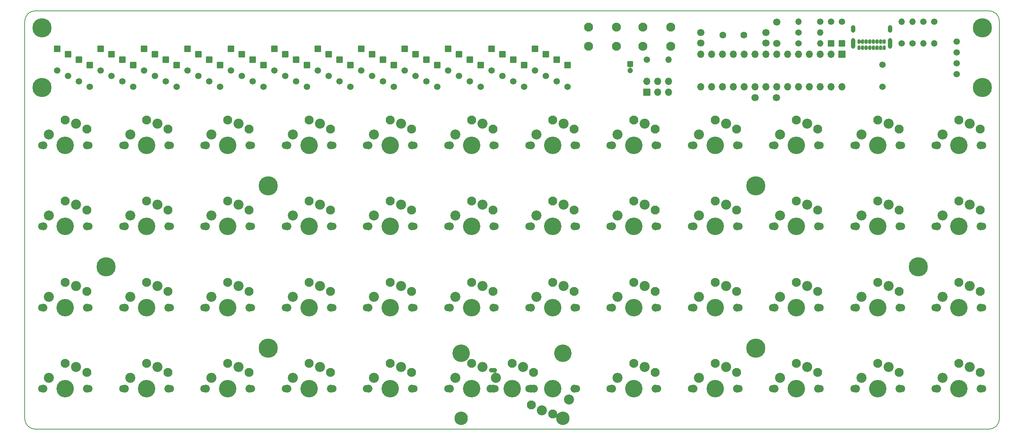
<source format=gbr>
%TF.GenerationSoftware,KiCad,Pcbnew,6.0.4-6f826c9f35~116~ubuntu22.04.1*%
%TF.CreationDate,2022-03-31T17:27:38+02:00*%
%TF.ProjectId,plaid,706c6169-642e-46b6-9963-61645f706362,rev?*%
%TF.SameCoordinates,Original*%
%TF.FileFunction,Soldermask,Bot*%
%TF.FilePolarity,Negative*%
%FSLAX46Y46*%
G04 Gerber Fmt 4.6, Leading zero omitted, Abs format (unit mm)*
G04 Created by KiCad (PCBNEW 6.0.4-6f826c9f35~116~ubuntu22.04.1) date 2022-03-31 17:27:38*
%MOMM*%
%LPD*%
G01*
G04 APERTURE LIST*
G04 Aperture macros list*
%AMRoundRect*
0 Rectangle with rounded corners*
0 $1 Rounding radius*
0 $2 $3 $4 $5 $6 $7 $8 $9 X,Y pos of 4 corners*
0 Add a 4 corners polygon primitive as box body*
4,1,4,$2,$3,$4,$5,$6,$7,$8,$9,$2,$3,0*
0 Add four circle primitives for the rounded corners*
1,1,$1+$1,$2,$3*
1,1,$1+$1,$4,$5*
1,1,$1+$1,$6,$7*
1,1,$1+$1,$8,$9*
0 Add four rect primitives between the rounded corners*
20,1,$1+$1,$2,$3,$4,$5,0*
20,1,$1+$1,$4,$5,$6,$7,0*
20,1,$1+$1,$6,$7,$8,$9,0*
20,1,$1+$1,$8,$9,$2,$3,0*%
G04 Aperture macros list end*
%TA.AperFunction,Profile*%
%ADD10C,0.150000*%
%TD*%
%ADD11C,1.800000*%
%ADD12C,4.087800*%
%ADD13C,1.850000*%
%ADD14C,2.100000*%
%ADD15O,2.350000X2.350000*%
%ADD16C,2.350000*%
%ADD17C,3.148000*%
%ADD18RoundRect,0.550000X-0.400000X0.000000X0.400000X0.000000X0.400000X0.000000X-0.400000X0.000000X0*%
%ADD19C,1.500000*%
%ADD20O,1.500000X1.500000*%
%ADD21C,1.700000*%
%ADD22C,1.600000*%
%ADD23RoundRect,0.050000X-0.700000X0.700000X-0.700000X-0.700000X0.700000X-0.700000X0.700000X0.700000X0*%
%ADD24RoundRect,0.050000X-0.800000X0.800000X-0.800000X-0.800000X0.800000X-0.800000X0.800000X0.800000X0*%
%ADD25O,1.700000X1.700000*%
%ADD26RoundRect,0.050000X0.800000X-0.800000X0.800000X0.800000X-0.800000X0.800000X-0.800000X-0.800000X0*%
%ADD27RoundRect,0.050000X0.700000X-0.700000X0.700000X0.700000X-0.700000X0.700000X-0.700000X-0.700000X0*%
%ADD28O,0.750000X1.100000*%
%ADD29O,1.000000X1.800000*%
%ADD30O,1.000000X2.500000*%
%ADD31C,1.497000*%
%ADD32C,4.500000*%
%ADD33C,1.300000*%
%ADD34RoundRect,0.050000X0.600000X-0.600000X0.600000X0.600000X-0.600000X0.600000X-0.600000X-0.600000X0*%
G04 APERTURE END LIST*
D10*
X257974000Y-52730500D02*
X34974000Y-52730500D01*
X260474000Y-55230500D02*
X260474000Y-148230500D01*
X257974000Y-150730500D02*
X34974000Y-150730500D01*
X32474000Y-148230500D02*
X32474000Y-55230500D01*
X34974000Y-52730500D02*
G75*
G03*
X32474000Y-55230500I0J-2500000D01*
G01*
X260474000Y-55230500D02*
G75*
G03*
X257974000Y-52730500I-2500000J0D01*
G01*
X257974000Y-150730500D02*
G75*
G03*
X260474000Y-148230500I0J2500000D01*
G01*
X32474000Y-148230500D02*
G75*
G03*
X34974000Y-150730500I2500000J0D01*
G01*
X257974000Y-52730500D02*
X34974000Y-52730500D01*
X260474000Y-55230500D02*
X260474000Y-148230500D01*
X257974000Y-150730500D02*
X34974000Y-150730500D01*
X32474000Y-148230500D02*
X32474000Y-55230500D01*
X34974000Y-52730500D02*
G75*
G03*
X32474000Y-55230500I0J-2500000D01*
G01*
X260474000Y-55230500D02*
G75*
G03*
X257974000Y-52730500I-2500000J0D01*
G01*
X257974000Y-150730500D02*
G75*
G03*
X260474000Y-148230500I0J2500000D01*
G01*
X32474000Y-148230500D02*
G75*
G03*
X34974000Y-150730500I2500000J0D01*
G01*
D11*
X36474000Y-84230500D03*
D12*
X41974000Y-84230500D03*
D13*
X36894000Y-84230500D03*
D11*
X47474000Y-84230500D03*
D13*
X47054000Y-84230500D03*
D14*
X41974000Y-78330500D03*
D15*
X38164000Y-81690500D03*
D14*
X46974000Y-80430500D03*
D16*
X44514000Y-79150500D03*
D11*
X36474000Y-122230500D03*
D12*
X41974000Y-122230500D03*
D13*
X36894000Y-122230500D03*
D11*
X47474000Y-122230500D03*
D13*
X47054000Y-122230500D03*
D14*
X41974000Y-116330500D03*
D15*
X38164000Y-119690500D03*
D14*
X46974000Y-118430500D03*
D16*
X44514000Y-117150500D03*
D11*
X207474000Y-103230500D03*
D12*
X212974000Y-103230500D03*
D13*
X207894000Y-103230500D03*
D11*
X218474000Y-103230500D03*
D13*
X218054000Y-103230500D03*
D14*
X212974000Y-97330500D03*
D15*
X209164000Y-100690500D03*
D14*
X217974000Y-99430500D03*
D16*
X215514000Y-98150500D03*
D12*
X134567750Y-132975500D03*
X158380250Y-132975500D03*
D17*
X158380250Y-148215500D03*
D13*
X151554000Y-141230500D03*
X141394000Y-141230500D03*
D12*
X146474000Y-141230500D03*
D17*
X134567750Y-148215500D03*
D16*
X142664000Y-138690500D03*
D14*
X146474000Y-135330500D03*
X151474000Y-137430500D03*
D16*
X149014000Y-136150500D03*
D11*
X245474000Y-141230500D03*
D12*
X250974000Y-141230500D03*
D13*
X245894000Y-141230500D03*
D11*
X256474000Y-141230500D03*
D13*
X256054000Y-141230500D03*
D14*
X250974000Y-135330500D03*
D15*
X247164000Y-138690500D03*
D14*
X255974000Y-137430500D03*
D16*
X253514000Y-136150500D03*
D11*
X226474000Y-141230500D03*
D12*
X231974000Y-141230500D03*
D13*
X226894000Y-141230500D03*
D11*
X237474000Y-141230500D03*
D13*
X237054000Y-141230500D03*
D14*
X231974000Y-135330500D03*
D15*
X228164000Y-138690500D03*
D14*
X236974000Y-137430500D03*
D16*
X234514000Y-136150500D03*
D11*
X207474000Y-141230500D03*
D12*
X212974000Y-141230500D03*
D13*
X207894000Y-141230500D03*
D11*
X218474000Y-141230500D03*
D13*
X218054000Y-141230500D03*
D14*
X212974000Y-135330500D03*
D15*
X209164000Y-138690500D03*
D14*
X217974000Y-137430500D03*
D16*
X215514000Y-136150500D03*
D11*
X188474000Y-141230500D03*
D12*
X193974000Y-141230500D03*
D13*
X188894000Y-141230500D03*
D11*
X199474000Y-141230500D03*
D13*
X199054000Y-141230500D03*
D14*
X193974000Y-135330500D03*
D15*
X190164000Y-138690500D03*
D14*
X198974000Y-137430500D03*
D16*
X196514000Y-136150500D03*
D11*
X169474000Y-141230500D03*
D12*
X174974000Y-141230500D03*
D13*
X169894000Y-141230500D03*
D11*
X180474000Y-141230500D03*
D13*
X180054000Y-141230500D03*
D14*
X174974000Y-135330500D03*
D15*
X171164000Y-138690500D03*
D14*
X179974000Y-137430500D03*
D16*
X177514000Y-136150500D03*
D11*
X161474000Y-141230500D03*
D12*
X155974000Y-141230500D03*
D13*
X161054000Y-141230500D03*
D11*
X150474000Y-141230500D03*
D13*
X150894000Y-141230500D03*
D14*
X155974000Y-147130500D03*
D15*
X159784000Y-143770500D03*
D14*
X150974000Y-145030500D03*
D16*
X153434000Y-146310500D03*
D11*
X131474000Y-141230500D03*
D12*
X136974000Y-141230500D03*
D13*
X131894000Y-141230500D03*
D11*
X142474000Y-141230500D03*
D13*
X142054000Y-141230500D03*
D14*
X136974000Y-135330500D03*
D15*
X133164000Y-138690500D03*
D18*
X141974000Y-136930500D03*
D16*
X139514000Y-136150500D03*
D11*
X112474000Y-141230500D03*
D12*
X117974000Y-141230500D03*
D13*
X112894000Y-141230500D03*
D11*
X123474000Y-141230500D03*
D13*
X123054000Y-141230500D03*
D14*
X117974000Y-135330500D03*
D15*
X114164000Y-138690500D03*
D14*
X122974000Y-137430500D03*
D16*
X120514000Y-136150500D03*
D11*
X93474000Y-141230500D03*
D12*
X98974000Y-141230500D03*
D13*
X93894000Y-141230500D03*
D11*
X104474000Y-141230500D03*
D13*
X104054000Y-141230500D03*
D14*
X98974000Y-135330500D03*
D15*
X95164000Y-138690500D03*
D14*
X103974000Y-137430500D03*
D16*
X101514000Y-136150500D03*
D11*
X74474000Y-141230500D03*
D12*
X79974000Y-141230500D03*
D13*
X74894000Y-141230500D03*
D11*
X85474000Y-141230500D03*
D13*
X85054000Y-141230500D03*
D14*
X79974000Y-135330500D03*
D15*
X76164000Y-138690500D03*
D14*
X84974000Y-137430500D03*
D16*
X82514000Y-136150500D03*
D11*
X55474000Y-141230500D03*
D12*
X60974000Y-141230500D03*
D13*
X55894000Y-141230500D03*
D11*
X66474000Y-141230500D03*
D13*
X66054000Y-141230500D03*
D14*
X60974000Y-135330500D03*
D15*
X57164000Y-138690500D03*
D14*
X65974000Y-137430500D03*
D16*
X63514000Y-136150500D03*
D11*
X36474000Y-141230500D03*
D12*
X41974000Y-141230500D03*
D13*
X36894000Y-141230500D03*
D11*
X47474000Y-141230500D03*
D13*
X47054000Y-141230500D03*
D14*
X41974000Y-135330500D03*
D15*
X38164000Y-138690500D03*
D14*
X46974000Y-137430500D03*
D16*
X44514000Y-136150500D03*
D11*
X245474000Y-122230500D03*
D12*
X250974000Y-122230500D03*
D13*
X245894000Y-122230500D03*
D11*
X256474000Y-122230500D03*
D13*
X256054000Y-122230500D03*
D14*
X250974000Y-116330500D03*
D15*
X247164000Y-119690500D03*
D14*
X255974000Y-118430500D03*
D16*
X253514000Y-117150500D03*
D11*
X226474000Y-122230500D03*
D12*
X231974000Y-122230500D03*
D13*
X226894000Y-122230500D03*
D11*
X237474000Y-122230500D03*
D13*
X237054000Y-122230500D03*
D14*
X231974000Y-116330500D03*
D15*
X228164000Y-119690500D03*
D14*
X236974000Y-118430500D03*
D16*
X234514000Y-117150500D03*
D11*
X207474000Y-122230500D03*
D12*
X212974000Y-122230500D03*
D13*
X207894000Y-122230500D03*
D11*
X218474000Y-122230500D03*
D13*
X218054000Y-122230500D03*
D14*
X212974000Y-116330500D03*
D15*
X209164000Y-119690500D03*
D14*
X217974000Y-118430500D03*
D16*
X215514000Y-117150500D03*
D11*
X188474000Y-122230500D03*
D12*
X193974000Y-122230500D03*
D13*
X188894000Y-122230500D03*
D11*
X199474000Y-122230500D03*
D13*
X199054000Y-122230500D03*
D14*
X193974000Y-116330500D03*
D15*
X190164000Y-119690500D03*
D14*
X198974000Y-118430500D03*
D16*
X196514000Y-117150500D03*
D11*
X169474000Y-122230500D03*
D12*
X174974000Y-122230500D03*
D13*
X169894000Y-122230500D03*
D11*
X180474000Y-122230500D03*
D13*
X180054000Y-122230500D03*
D14*
X174974000Y-116330500D03*
D15*
X171164000Y-119690500D03*
D14*
X179974000Y-118430500D03*
D16*
X177514000Y-117150500D03*
D11*
X150474000Y-122230500D03*
D12*
X155974000Y-122230500D03*
D13*
X150894000Y-122230500D03*
D11*
X161474000Y-122230500D03*
D13*
X161054000Y-122230500D03*
D14*
X155974000Y-116330500D03*
D15*
X152164000Y-119690500D03*
D14*
X160974000Y-118430500D03*
D16*
X158514000Y-117150500D03*
D11*
X131474000Y-122230500D03*
D12*
X136974000Y-122230500D03*
D13*
X131894000Y-122230500D03*
D11*
X142474000Y-122230500D03*
D13*
X142054000Y-122230500D03*
D14*
X136974000Y-116330500D03*
D15*
X133164000Y-119690500D03*
D14*
X141974000Y-118430500D03*
D16*
X139514000Y-117150500D03*
D11*
X112474000Y-122230500D03*
D12*
X117974000Y-122230500D03*
D13*
X112894000Y-122230500D03*
D11*
X123474000Y-122230500D03*
D13*
X123054000Y-122230500D03*
D14*
X117974000Y-116330500D03*
D15*
X114164000Y-119690500D03*
D14*
X122974000Y-118430500D03*
D16*
X120514000Y-117150500D03*
D11*
X93474000Y-122230500D03*
D12*
X98974000Y-122230500D03*
D13*
X93894000Y-122230500D03*
D11*
X104474000Y-122230500D03*
D13*
X104054000Y-122230500D03*
D14*
X98974000Y-116330500D03*
D15*
X95164000Y-119690500D03*
D14*
X103974000Y-118430500D03*
D16*
X101514000Y-117150500D03*
D11*
X74474000Y-122230500D03*
D12*
X79974000Y-122230500D03*
D13*
X74894000Y-122230500D03*
D11*
X85474000Y-122230500D03*
D13*
X85054000Y-122230500D03*
D14*
X79974000Y-116330500D03*
D15*
X76164000Y-119690500D03*
D14*
X84974000Y-118430500D03*
D16*
X82514000Y-117150500D03*
D11*
X55474000Y-122230500D03*
D12*
X60974000Y-122230500D03*
D13*
X55894000Y-122230500D03*
D11*
X66474000Y-122230500D03*
D13*
X66054000Y-122230500D03*
D14*
X60974000Y-116330500D03*
D15*
X57164000Y-119690500D03*
D14*
X65974000Y-118430500D03*
D16*
X63514000Y-117150500D03*
D11*
X245474000Y-103230500D03*
D12*
X250974000Y-103230500D03*
D13*
X245894000Y-103230500D03*
D11*
X256474000Y-103230500D03*
D13*
X256054000Y-103230500D03*
D14*
X250974000Y-97330500D03*
D15*
X247164000Y-100690500D03*
D14*
X255974000Y-99430500D03*
D16*
X253514000Y-98150500D03*
D11*
X226474000Y-103230500D03*
D12*
X231974000Y-103230500D03*
D13*
X226894000Y-103230500D03*
D11*
X237474000Y-103230500D03*
D13*
X237054000Y-103230500D03*
D14*
X231974000Y-97330500D03*
D15*
X228164000Y-100690500D03*
D14*
X236974000Y-99430500D03*
D16*
X234514000Y-98150500D03*
D11*
X188474000Y-103230500D03*
D12*
X193974000Y-103230500D03*
D13*
X188894000Y-103230500D03*
D11*
X199474000Y-103230500D03*
D13*
X199054000Y-103230500D03*
D14*
X193974000Y-97330500D03*
D15*
X190164000Y-100690500D03*
D14*
X198974000Y-99430500D03*
D16*
X196514000Y-98150500D03*
D11*
X169474000Y-103230500D03*
D12*
X174974000Y-103230500D03*
D13*
X169894000Y-103230500D03*
D11*
X180474000Y-103230500D03*
D13*
X180054000Y-103230500D03*
D14*
X174974000Y-97330500D03*
D15*
X171164000Y-100690500D03*
D14*
X179974000Y-99430500D03*
D16*
X177514000Y-98150500D03*
D11*
X150474000Y-103230500D03*
D12*
X155974000Y-103230500D03*
D13*
X150894000Y-103230500D03*
D11*
X161474000Y-103230500D03*
D13*
X161054000Y-103230500D03*
D14*
X155974000Y-97330500D03*
D15*
X152164000Y-100690500D03*
D14*
X160974000Y-99430500D03*
D16*
X158514000Y-98150500D03*
D11*
X131474000Y-103230500D03*
D12*
X136974000Y-103230500D03*
D13*
X131894000Y-103230500D03*
D11*
X142474000Y-103230500D03*
D13*
X142054000Y-103230500D03*
D14*
X136974000Y-97330500D03*
D15*
X133164000Y-100690500D03*
D14*
X141974000Y-99430500D03*
D16*
X139514000Y-98150500D03*
D11*
X112474000Y-103230500D03*
D12*
X117974000Y-103230500D03*
D13*
X112894000Y-103230500D03*
D11*
X123474000Y-103230500D03*
D13*
X123054000Y-103230500D03*
D14*
X117974000Y-97330500D03*
D15*
X114164000Y-100690500D03*
D14*
X122974000Y-99430500D03*
D16*
X120514000Y-98150500D03*
D11*
X93474000Y-103230500D03*
D12*
X98974000Y-103230500D03*
D13*
X93894000Y-103230500D03*
D11*
X104474000Y-103230500D03*
D13*
X104054000Y-103230500D03*
D14*
X98974000Y-97330500D03*
D15*
X95164000Y-100690500D03*
D14*
X103974000Y-99430500D03*
D16*
X101514000Y-98150500D03*
D11*
X74474000Y-103230500D03*
D12*
X79974000Y-103230500D03*
D13*
X74894000Y-103230500D03*
D11*
X85474000Y-103230500D03*
D13*
X85054000Y-103230500D03*
D14*
X79974000Y-97330500D03*
D15*
X76164000Y-100690500D03*
D14*
X84974000Y-99430500D03*
D16*
X82514000Y-98150500D03*
D11*
X55474000Y-103230500D03*
D12*
X60974000Y-103230500D03*
D13*
X55894000Y-103230500D03*
D11*
X66474000Y-103230500D03*
D13*
X66054000Y-103230500D03*
D14*
X60974000Y-97330500D03*
D15*
X57164000Y-100690500D03*
D14*
X65974000Y-99430500D03*
D16*
X63514000Y-98150500D03*
D11*
X36474000Y-103230500D03*
D12*
X41974000Y-103230500D03*
D13*
X36894000Y-103230500D03*
D11*
X47474000Y-103230500D03*
D13*
X47054000Y-103230500D03*
D14*
X41974000Y-97330500D03*
D15*
X38164000Y-100690500D03*
D14*
X46974000Y-99430500D03*
D16*
X44514000Y-98150500D03*
D11*
X245474000Y-84230500D03*
D12*
X250974000Y-84230500D03*
D13*
X245894000Y-84230500D03*
D11*
X256474000Y-84230500D03*
D13*
X256054000Y-84230500D03*
D14*
X250974000Y-78330500D03*
D15*
X247164000Y-81690500D03*
D14*
X255974000Y-80430500D03*
D16*
X253514000Y-79150500D03*
D11*
X226474000Y-84230500D03*
D12*
X231974000Y-84230500D03*
D13*
X226894000Y-84230500D03*
D11*
X237474000Y-84230500D03*
D13*
X237054000Y-84230500D03*
D14*
X231974000Y-78330500D03*
D15*
X228164000Y-81690500D03*
D14*
X236974000Y-80430500D03*
D16*
X234514000Y-79150500D03*
D11*
X207474000Y-84230500D03*
D12*
X212974000Y-84230500D03*
D13*
X207894000Y-84230500D03*
D11*
X218474000Y-84230500D03*
D13*
X218054000Y-84230500D03*
D14*
X212974000Y-78330500D03*
D15*
X209164000Y-81690500D03*
D14*
X217974000Y-80430500D03*
D16*
X215514000Y-79150500D03*
D11*
X188474000Y-84230500D03*
D12*
X193974000Y-84230500D03*
D13*
X188894000Y-84230500D03*
D11*
X199474000Y-84230500D03*
D13*
X199054000Y-84230500D03*
D14*
X193974000Y-78330500D03*
D15*
X190164000Y-81690500D03*
D14*
X198974000Y-80430500D03*
D16*
X196514000Y-79150500D03*
D11*
X169474000Y-84230500D03*
D12*
X174974000Y-84230500D03*
D13*
X169894000Y-84230500D03*
D11*
X180474000Y-84230500D03*
D13*
X180054000Y-84230500D03*
D14*
X174974000Y-78330500D03*
D15*
X171164000Y-81690500D03*
D14*
X179974000Y-80430500D03*
D16*
X177514000Y-79150500D03*
D11*
X150474000Y-84230500D03*
D12*
X155974000Y-84230500D03*
D13*
X150894000Y-84230500D03*
D11*
X161474000Y-84230500D03*
D13*
X161054000Y-84230500D03*
D14*
X155974000Y-78330500D03*
D15*
X152164000Y-81690500D03*
D14*
X160974000Y-80430500D03*
D16*
X158514000Y-79150500D03*
D11*
X131474000Y-84230500D03*
D12*
X136974000Y-84230500D03*
D13*
X131894000Y-84230500D03*
D11*
X142474000Y-84230500D03*
D13*
X142054000Y-84230500D03*
D14*
X136974000Y-78330500D03*
D15*
X133164000Y-81690500D03*
D14*
X141974000Y-80430500D03*
D16*
X139514000Y-79150500D03*
D11*
X112474000Y-84230500D03*
D12*
X117974000Y-84230500D03*
D13*
X112894000Y-84230500D03*
D11*
X123474000Y-84230500D03*
D13*
X123054000Y-84230500D03*
D14*
X117974000Y-78330500D03*
D15*
X114164000Y-81690500D03*
D14*
X122974000Y-80430500D03*
D16*
X120514000Y-79150500D03*
D11*
X93474000Y-84230500D03*
D12*
X98974000Y-84230500D03*
D13*
X93894000Y-84230500D03*
D11*
X104474000Y-84230500D03*
D13*
X104054000Y-84230500D03*
D14*
X98974000Y-78330500D03*
D15*
X95164000Y-81690500D03*
D14*
X103974000Y-80430500D03*
D16*
X101514000Y-79150500D03*
D11*
X74474000Y-84230500D03*
D12*
X79974000Y-84230500D03*
D13*
X74894000Y-84230500D03*
D11*
X85474000Y-84230500D03*
D13*
X85054000Y-84230500D03*
D14*
X79974000Y-78330500D03*
D15*
X76164000Y-81690500D03*
D14*
X84974000Y-80430500D03*
D16*
X82514000Y-79150500D03*
D11*
X55474000Y-84230500D03*
D12*
X60974000Y-84230500D03*
D13*
X55894000Y-84230500D03*
D11*
X66474000Y-84230500D03*
D13*
X66054000Y-84230500D03*
D14*
X60974000Y-78330500D03*
D15*
X57164000Y-81690500D03*
D14*
X65974000Y-80430500D03*
D16*
X63514000Y-79150500D03*
D19*
X237579000Y-60350500D03*
D20*
X237579000Y-55270500D03*
D19*
X213449000Y-60350500D03*
D20*
X218529000Y-60350500D03*
D19*
X218529000Y-55270500D03*
D20*
X213449000Y-55270500D03*
D21*
X205829000Y-57810500D03*
X205829000Y-60310500D03*
X190589000Y-57810500D03*
X190589000Y-60310500D03*
D14*
X177104000Y-61040500D03*
X183604000Y-61040500D03*
X183604000Y-56540500D03*
X177104000Y-56540500D03*
X164404000Y-61040500D03*
X170904000Y-61040500D03*
X164404000Y-56540500D03*
X170904000Y-56540500D03*
D22*
X200649000Y-58445500D03*
X195769000Y-58445500D03*
D23*
X151854000Y-61620500D03*
D19*
X151854000Y-66700500D03*
D23*
X141694000Y-61620500D03*
D19*
X141694000Y-66700500D03*
D23*
X131534000Y-61620500D03*
D19*
X131534000Y-66700500D03*
D23*
X121374000Y-61620500D03*
D19*
X121374000Y-66700500D03*
D23*
X159474000Y-65430500D03*
D19*
X159474000Y-70510500D03*
D23*
X149314000Y-65430500D03*
D19*
X149314000Y-70510500D03*
D23*
X139154000Y-65430500D03*
D19*
X139154000Y-70510500D03*
D23*
X128994000Y-65430500D03*
D19*
X128994000Y-70510500D03*
D23*
X118834000Y-65430500D03*
D19*
X118834000Y-70510500D03*
D21*
X203289000Y-73050500D03*
X208289000Y-73050500D03*
D23*
X108674000Y-65430500D03*
D19*
X108674000Y-70510500D03*
D23*
X98514000Y-65430500D03*
D19*
X98514000Y-70510500D03*
D23*
X88354000Y-65430500D03*
D19*
X88354000Y-70510500D03*
D23*
X78194000Y-65430500D03*
D19*
X78194000Y-70510500D03*
D23*
X68034000Y-65430500D03*
D19*
X68034000Y-70510500D03*
D23*
X57874000Y-65430500D03*
D19*
X57874000Y-70510500D03*
D23*
X42634000Y-62890500D03*
D19*
X42634000Y-67970500D03*
D23*
X156934000Y-64160500D03*
D19*
X156934000Y-69240500D03*
D23*
X146774000Y-64160500D03*
D19*
X146774000Y-69240500D03*
D23*
X136614000Y-64160500D03*
D19*
X136614000Y-69240500D03*
D23*
X126454000Y-64160500D03*
D19*
X126454000Y-69240500D03*
D23*
X116294000Y-64160500D03*
D19*
X116294000Y-69240500D03*
D23*
X106134000Y-64160500D03*
D19*
X106134000Y-69240500D03*
X233134000Y-65410500D03*
X233134000Y-70510500D03*
D24*
X223609000Y-62890500D03*
D25*
X221069000Y-62890500D03*
X218529000Y-62890500D03*
X215989000Y-62890500D03*
X213449000Y-62890500D03*
X210909000Y-62890500D03*
X208369000Y-62890500D03*
X205829000Y-62890500D03*
X203289000Y-62890500D03*
X200749000Y-62890500D03*
X198209000Y-62890500D03*
X195669000Y-62890500D03*
X193129000Y-62890500D03*
X190589000Y-62890500D03*
X190589000Y-70510500D03*
X193129000Y-70510500D03*
X195669000Y-70510500D03*
X198209000Y-70510500D03*
X200749000Y-70510500D03*
X203289000Y-70510500D03*
X205829000Y-70510500D03*
X208369000Y-70510500D03*
X210909000Y-70510500D03*
X213449000Y-70510500D03*
X215989000Y-70510500D03*
X218529000Y-70510500D03*
X221069000Y-70510500D03*
X223609000Y-70510500D03*
D26*
X178016000Y-71780500D03*
D25*
X178016000Y-69240500D03*
X180556000Y-71780500D03*
X180556000Y-69240500D03*
X183096000Y-71780500D03*
X183096000Y-69240500D03*
D23*
X47714000Y-65430500D03*
D19*
X47714000Y-70510500D03*
D27*
X223609000Y-60350500D03*
D19*
X223609000Y-55270500D03*
D27*
X221069000Y-60350500D03*
D19*
X221069000Y-55270500D03*
D23*
X134074000Y-62890500D03*
D19*
X134074000Y-67970500D03*
X178016000Y-64230500D03*
D20*
X183096000Y-64230500D03*
D19*
X242654400Y-55275100D03*
D20*
X242654400Y-60355100D03*
D28*
X233569000Y-61434000D03*
X232719000Y-61434000D03*
X231869000Y-61434000D03*
X231019000Y-61434000D03*
X230169000Y-61434000D03*
X229319000Y-61434000D03*
X228469000Y-61434000D03*
X227619000Y-61434000D03*
X227614000Y-59982000D03*
X228464000Y-59982000D03*
X229314000Y-59982000D03*
X230164000Y-59982000D03*
X231014000Y-59982000D03*
X231864000Y-59982000D03*
X232714000Y-59982000D03*
X233569000Y-59982000D03*
D29*
X226269000Y-57010500D03*
D30*
X234919000Y-60390500D03*
D29*
X234919000Y-57010500D03*
D30*
X226269000Y-60390500D03*
D23*
X95974000Y-64160500D03*
D19*
X95974000Y-69240500D03*
D23*
X85814000Y-64160500D03*
D19*
X85814000Y-69240500D03*
D23*
X75654000Y-64160500D03*
D19*
X75654000Y-69240500D03*
D23*
X65494000Y-64160500D03*
D19*
X65494000Y-69240500D03*
D23*
X55334000Y-64160500D03*
D19*
X55334000Y-69240500D03*
D23*
X45174000Y-64160500D03*
D19*
X45174000Y-69240500D03*
D21*
X208369000Y-60350500D03*
X208369000Y-55350500D03*
D19*
X213449000Y-57810500D03*
D20*
X218529000Y-57810500D03*
D23*
X123914000Y-62890500D03*
D19*
X123914000Y-67970500D03*
D23*
X113754000Y-62890500D03*
D19*
X113754000Y-67970500D03*
D23*
X103594000Y-62890500D03*
D19*
X103594000Y-67970500D03*
D23*
X93434000Y-62890500D03*
D19*
X93434000Y-67970500D03*
D23*
X83274000Y-62890500D03*
D19*
X83274000Y-67970500D03*
D23*
X73114000Y-62890500D03*
D19*
X73114000Y-67970500D03*
D23*
X62954000Y-62890500D03*
D19*
X62954000Y-67970500D03*
D23*
X52794000Y-62890500D03*
D19*
X52794000Y-67970500D03*
D31*
X250473400Y-67537100D03*
X250473400Y-64997100D03*
X250473400Y-62457100D03*
X250473400Y-59917100D03*
D32*
X241474000Y-112730500D03*
X203474000Y-131730500D03*
X203474000Y-93730500D03*
X89474000Y-131730500D03*
X89474000Y-93730500D03*
X51474000Y-112730500D03*
X256474000Y-70730500D03*
X256474000Y-56730500D03*
X36474000Y-70730500D03*
X36474000Y-56730500D03*
D23*
X111214000Y-61620500D03*
D19*
X111214000Y-66700500D03*
D23*
X101054000Y-61620500D03*
D19*
X101054000Y-66700500D03*
D23*
X90894000Y-61620500D03*
D19*
X90894000Y-66700500D03*
D23*
X80734000Y-61620500D03*
D19*
X80734000Y-66700500D03*
D23*
X70574000Y-61620500D03*
D19*
X70574000Y-66700500D03*
D23*
X60414000Y-61620500D03*
D19*
X60414000Y-66700500D03*
D23*
X50254000Y-61620500D03*
D19*
X50254000Y-66700500D03*
D23*
X40094000Y-61620500D03*
D19*
X40094000Y-66700500D03*
D23*
X154394000Y-62890500D03*
D19*
X154394000Y-67970500D03*
D23*
X144234000Y-62890500D03*
D19*
X144234000Y-67970500D03*
D33*
X174124000Y-66713000D03*
D34*
X174124000Y-65213000D03*
D19*
X245194400Y-55275100D03*
D20*
X245194400Y-60355100D03*
D19*
X240119000Y-60350500D03*
D20*
X240119000Y-55270500D03*
G36*
X157019580Y-147065729D02*
G01*
X157045137Y-147130230D01*
X157101410Y-147170606D01*
X157170575Y-147174148D01*
X157230909Y-147139600D01*
X157236610Y-147133224D01*
X157246721Y-147121066D01*
X157246927Y-147120853D01*
X157255626Y-147113089D01*
X157257584Y-147112682D01*
X157258916Y-147114174D01*
X157258479Y-147115880D01*
X157108478Y-147291508D01*
X156979594Y-147501828D01*
X156885196Y-147729726D01*
X156827611Y-147969587D01*
X156819985Y-148066472D01*
X156819745Y-148066821D01*
X156819927Y-148067212D01*
X156810022Y-148193070D01*
X156808889Y-148194718D01*
X156806895Y-148194561D01*
X156806030Y-148193009D01*
X156805136Y-148174402D01*
X156805144Y-148174106D01*
X156815943Y-148066855D01*
X156816045Y-148066714D01*
X156816025Y-148066683D01*
X156803171Y-147998090D01*
X156755636Y-147947718D01*
X156688416Y-147931044D01*
X156622608Y-147953441D01*
X156614955Y-147959304D01*
X156569706Y-147996937D01*
X156569404Y-147997144D01*
X156554910Y-148005261D01*
X156552910Y-148005235D01*
X156551933Y-148003490D01*
X156552702Y-148001940D01*
X156696714Y-147889426D01*
X156830360Y-147734595D01*
X156931387Y-147556756D01*
X156995948Y-147362679D01*
X157021593Y-147159682D01*
X157021999Y-147130578D01*
X157015731Y-147066661D01*
X157016557Y-147064840D01*
X157018547Y-147064645D01*
X157019580Y-147065729D01*
G37*
G36*
X142754164Y-137327302D02*
G01*
X142753935Y-137328511D01*
X142725670Y-137380276D01*
X142730610Y-137449358D01*
X142772121Y-137504810D01*
X142835333Y-137528959D01*
X142868124Y-137531829D01*
X142868468Y-137531889D01*
X142930082Y-137548398D01*
X142931496Y-137549812D01*
X142930978Y-137551744D01*
X142929174Y-137552292D01*
X142786610Y-137523935D01*
X142571967Y-137521124D01*
X142360406Y-137557477D01*
X142159018Y-137631773D01*
X142028611Y-137709357D01*
X142026611Y-137709383D01*
X142025588Y-137707664D01*
X142026026Y-137706389D01*
X142069433Y-137652086D01*
X142076563Y-137583197D01*
X142045317Y-137521388D01*
X141985465Y-137486195D01*
X141955444Y-137482485D01*
X141953847Y-137481280D01*
X141954093Y-137479295D01*
X141955689Y-137478500D01*
X142373876Y-137478500D01*
X142504697Y-137462669D01*
X142643008Y-137407908D01*
X142750971Y-137325960D01*
X142752955Y-137325709D01*
X142754164Y-137327302D01*
G37*
G36*
X174385605Y-65862000D02*
G01*
X174385605Y-65864000D01*
X174384436Y-65864919D01*
X174317424Y-65884595D01*
X174272069Y-65936938D01*
X174262212Y-66005491D01*
X174290996Y-66068518D01*
X174335325Y-66098810D01*
X174336191Y-66100613D01*
X174335063Y-66102264D01*
X174333710Y-66102401D01*
X174205214Y-66070124D01*
X174049524Y-66069309D01*
X173913536Y-66101957D01*
X173911618Y-66101389D01*
X173911151Y-66099444D01*
X173911917Y-66098377D01*
X173960049Y-66064469D01*
X173986116Y-66000305D01*
X173973354Y-65932231D01*
X173925802Y-65881850D01*
X173863296Y-65864931D01*
X173861886Y-65863513D01*
X173862408Y-65861582D01*
X173863819Y-65861000D01*
X174383873Y-65861000D01*
X174385605Y-65862000D01*
G37*
G36*
X229887219Y-61020702D02*
G01*
X229886894Y-61022576D01*
X229842162Y-61079319D01*
X229801555Y-61194950D01*
X229796000Y-61259092D01*
X229796000Y-61608834D01*
X229816136Y-61729812D01*
X229864384Y-61819231D01*
X229864327Y-61821230D01*
X229862566Y-61822180D01*
X229861109Y-61821487D01*
X229842260Y-61799611D01*
X229842087Y-61799760D01*
X229840122Y-61800133D01*
X229839268Y-61799552D01*
X229810233Y-61765933D01*
X229743812Y-61746310D01*
X229677323Y-61765715D01*
X229645111Y-61802434D01*
X229644104Y-61802776D01*
X229604176Y-61847986D01*
X229602280Y-61848622D01*
X229600781Y-61847298D01*
X229601106Y-61845424D01*
X229645838Y-61788681D01*
X229686445Y-61673050D01*
X229692000Y-61608908D01*
X229692000Y-61259166D01*
X229671864Y-61138188D01*
X229623616Y-61048769D01*
X229623673Y-61046770D01*
X229625434Y-61045820D01*
X229626891Y-61046513D01*
X229645740Y-61068389D01*
X229645913Y-61068240D01*
X229647878Y-61067867D01*
X229648732Y-61068448D01*
X229677767Y-61102067D01*
X229744188Y-61121690D01*
X229810677Y-61102285D01*
X229842889Y-61065566D01*
X229843896Y-61065224D01*
X229883824Y-61020014D01*
X229885720Y-61019378D01*
X229887219Y-61020702D01*
G37*
G36*
X228187219Y-61020702D02*
G01*
X228186894Y-61022576D01*
X228142162Y-61079319D01*
X228101555Y-61194950D01*
X228096000Y-61259092D01*
X228096000Y-61608834D01*
X228116136Y-61729812D01*
X228164384Y-61819231D01*
X228164327Y-61821230D01*
X228162566Y-61822180D01*
X228161109Y-61821487D01*
X228142260Y-61799611D01*
X228142087Y-61799760D01*
X228140122Y-61800133D01*
X228139268Y-61799552D01*
X228110233Y-61765933D01*
X228043812Y-61746310D01*
X227977323Y-61765715D01*
X227945111Y-61802434D01*
X227944104Y-61802776D01*
X227904176Y-61847986D01*
X227902280Y-61848622D01*
X227900781Y-61847298D01*
X227901106Y-61845424D01*
X227945838Y-61788681D01*
X227986445Y-61673050D01*
X227992000Y-61608908D01*
X227992000Y-61259166D01*
X227971864Y-61138188D01*
X227923616Y-61048769D01*
X227923673Y-61046770D01*
X227925434Y-61045820D01*
X227926891Y-61046513D01*
X227945740Y-61068389D01*
X227945913Y-61068240D01*
X227947878Y-61067867D01*
X227948732Y-61068448D01*
X227977767Y-61102067D01*
X228044188Y-61121690D01*
X228110677Y-61102285D01*
X228142889Y-61065566D01*
X228143896Y-61065224D01*
X228183824Y-61020014D01*
X228185720Y-61019378D01*
X228187219Y-61020702D01*
G37*
G36*
X232437219Y-61020702D02*
G01*
X232436894Y-61022576D01*
X232392162Y-61079319D01*
X232351555Y-61194950D01*
X232346000Y-61259092D01*
X232346000Y-61608834D01*
X232366136Y-61729812D01*
X232414384Y-61819231D01*
X232414327Y-61821230D01*
X232412566Y-61822180D01*
X232411109Y-61821487D01*
X232392260Y-61799611D01*
X232392087Y-61799760D01*
X232390122Y-61800133D01*
X232389268Y-61799552D01*
X232360233Y-61765933D01*
X232293812Y-61746310D01*
X232227323Y-61765715D01*
X232195111Y-61802434D01*
X232194104Y-61802776D01*
X232154176Y-61847986D01*
X232152280Y-61848622D01*
X232150781Y-61847298D01*
X232151106Y-61845424D01*
X232195838Y-61788681D01*
X232236445Y-61673050D01*
X232242000Y-61608908D01*
X232242000Y-61259166D01*
X232221864Y-61138188D01*
X232173616Y-61048769D01*
X232173673Y-61046770D01*
X232175434Y-61045820D01*
X232176891Y-61046513D01*
X232195740Y-61068389D01*
X232195913Y-61068240D01*
X232197878Y-61067867D01*
X232198732Y-61068448D01*
X232227767Y-61102067D01*
X232294188Y-61121690D01*
X232360677Y-61102285D01*
X232392889Y-61065566D01*
X232393896Y-61065224D01*
X232433824Y-61020014D01*
X232435720Y-61019378D01*
X232437219Y-61020702D01*
G37*
G36*
X229037219Y-61020702D02*
G01*
X229036894Y-61022576D01*
X228992162Y-61079319D01*
X228951555Y-61194950D01*
X228946000Y-61259092D01*
X228946000Y-61608834D01*
X228966136Y-61729812D01*
X229014384Y-61819231D01*
X229014327Y-61821230D01*
X229012566Y-61822180D01*
X229011109Y-61821487D01*
X228992260Y-61799611D01*
X228992087Y-61799760D01*
X228990122Y-61800133D01*
X228989268Y-61799552D01*
X228960233Y-61765933D01*
X228893812Y-61746310D01*
X228827323Y-61765715D01*
X228795111Y-61802434D01*
X228794104Y-61802776D01*
X228754176Y-61847986D01*
X228752280Y-61848622D01*
X228750781Y-61847298D01*
X228751106Y-61845424D01*
X228795838Y-61788681D01*
X228836445Y-61673050D01*
X228842000Y-61608908D01*
X228842000Y-61259166D01*
X228821864Y-61138188D01*
X228773616Y-61048769D01*
X228773673Y-61046770D01*
X228775434Y-61045820D01*
X228776891Y-61046513D01*
X228795740Y-61068389D01*
X228795913Y-61068240D01*
X228797878Y-61067867D01*
X228798732Y-61068448D01*
X228827767Y-61102067D01*
X228894188Y-61121690D01*
X228960677Y-61102285D01*
X228992889Y-61065566D01*
X228993896Y-61065224D01*
X229033824Y-61020014D01*
X229035720Y-61019378D01*
X229037219Y-61020702D01*
G37*
G36*
X230737219Y-61020702D02*
G01*
X230736894Y-61022576D01*
X230692162Y-61079319D01*
X230651555Y-61194950D01*
X230646000Y-61259092D01*
X230646000Y-61608834D01*
X230666136Y-61729812D01*
X230714384Y-61819231D01*
X230714327Y-61821230D01*
X230712566Y-61822180D01*
X230711109Y-61821487D01*
X230692260Y-61799611D01*
X230692087Y-61799760D01*
X230690122Y-61800133D01*
X230689268Y-61799552D01*
X230660233Y-61765933D01*
X230593812Y-61746310D01*
X230527323Y-61765715D01*
X230495111Y-61802434D01*
X230494104Y-61802776D01*
X230454176Y-61847986D01*
X230452280Y-61848622D01*
X230450781Y-61847298D01*
X230451106Y-61845424D01*
X230495838Y-61788681D01*
X230536445Y-61673050D01*
X230542000Y-61608908D01*
X230542000Y-61259166D01*
X230521864Y-61138188D01*
X230473616Y-61048769D01*
X230473673Y-61046770D01*
X230475434Y-61045820D01*
X230476891Y-61046513D01*
X230495740Y-61068389D01*
X230495913Y-61068240D01*
X230497878Y-61067867D01*
X230498732Y-61068448D01*
X230527767Y-61102067D01*
X230594188Y-61121690D01*
X230660677Y-61102285D01*
X230692889Y-61065566D01*
X230693896Y-61065224D01*
X230733824Y-61020014D01*
X230735720Y-61019378D01*
X230737219Y-61020702D01*
G37*
G36*
X231587219Y-61020702D02*
G01*
X231586894Y-61022576D01*
X231542162Y-61079319D01*
X231501555Y-61194950D01*
X231496000Y-61259092D01*
X231496000Y-61608834D01*
X231516136Y-61729812D01*
X231564384Y-61819231D01*
X231564327Y-61821230D01*
X231562566Y-61822180D01*
X231561109Y-61821487D01*
X231542260Y-61799611D01*
X231542087Y-61799760D01*
X231540122Y-61800133D01*
X231539268Y-61799552D01*
X231510233Y-61765933D01*
X231443812Y-61746310D01*
X231377323Y-61765715D01*
X231345111Y-61802434D01*
X231344104Y-61802776D01*
X231304176Y-61847986D01*
X231302280Y-61848622D01*
X231300781Y-61847298D01*
X231301106Y-61845424D01*
X231345838Y-61788681D01*
X231386445Y-61673050D01*
X231392000Y-61608908D01*
X231392000Y-61259166D01*
X231371864Y-61138188D01*
X231323616Y-61048769D01*
X231323673Y-61046770D01*
X231325434Y-61045820D01*
X231326891Y-61046513D01*
X231345740Y-61068389D01*
X231345913Y-61068240D01*
X231347878Y-61067867D01*
X231348732Y-61068448D01*
X231377767Y-61102067D01*
X231444188Y-61121690D01*
X231510677Y-61102285D01*
X231542889Y-61065566D01*
X231543896Y-61065224D01*
X231583824Y-61020014D01*
X231585720Y-61019378D01*
X231587219Y-61020702D01*
G37*
G36*
X233287219Y-61020702D02*
G01*
X233286894Y-61022576D01*
X233242162Y-61079319D01*
X233201555Y-61194950D01*
X233196000Y-61259092D01*
X233196000Y-61608834D01*
X233216136Y-61729812D01*
X233264384Y-61819231D01*
X233264327Y-61821230D01*
X233262566Y-61822180D01*
X233261109Y-61821487D01*
X233242260Y-61799611D01*
X233242087Y-61799760D01*
X233240122Y-61800133D01*
X233239268Y-61799552D01*
X233210233Y-61765933D01*
X233143812Y-61746310D01*
X233077323Y-61765715D01*
X233045111Y-61802434D01*
X233044104Y-61802776D01*
X233004176Y-61847986D01*
X233002280Y-61848622D01*
X233000781Y-61847298D01*
X233001106Y-61845424D01*
X233045838Y-61788681D01*
X233086445Y-61673050D01*
X233092000Y-61608908D01*
X233092000Y-61259166D01*
X233071864Y-61138188D01*
X233023616Y-61048769D01*
X233023673Y-61046770D01*
X233025434Y-61045820D01*
X233026891Y-61046513D01*
X233045740Y-61068389D01*
X233045913Y-61068240D01*
X233047878Y-61067867D01*
X233048732Y-61068448D01*
X233077767Y-61102067D01*
X233144188Y-61121690D01*
X233210677Y-61102285D01*
X233242889Y-61065566D01*
X233243896Y-61065224D01*
X233283824Y-61020014D01*
X233285720Y-61019378D01*
X233287219Y-61020702D01*
G37*
G36*
X233287223Y-59568698D02*
G01*
X233286898Y-59570572D01*
X233242162Y-59627319D01*
X233201555Y-59742950D01*
X233196000Y-59807092D01*
X233196000Y-60156834D01*
X233216136Y-60277812D01*
X233264384Y-60367231D01*
X233264327Y-60369230D01*
X233262566Y-60370180D01*
X233261109Y-60369487D01*
X233241715Y-60346979D01*
X233241391Y-60347041D01*
X233240536Y-60346460D01*
X233207772Y-60308522D01*
X233141351Y-60288900D01*
X233074863Y-60308305D01*
X233029692Y-60359799D01*
X233028175Y-60363031D01*
X233027863Y-60363505D01*
X232999172Y-60395990D01*
X232997276Y-60396626D01*
X232995777Y-60395302D01*
X232996102Y-60393428D01*
X233040838Y-60336681D01*
X233081445Y-60221050D01*
X233087000Y-60156908D01*
X233087000Y-59807166D01*
X233066864Y-59686188D01*
X233018616Y-59596769D01*
X233018673Y-59594770D01*
X233020434Y-59593820D01*
X233021891Y-59594513D01*
X233041285Y-59617021D01*
X233041609Y-59616959D01*
X233042464Y-59617540D01*
X233075228Y-59655478D01*
X233141649Y-59675100D01*
X233208137Y-59655695D01*
X233253308Y-59604201D01*
X233254825Y-59600969D01*
X233255137Y-59600495D01*
X233283828Y-59568010D01*
X233285724Y-59567374D01*
X233287223Y-59568698D01*
G37*
G36*
X229882219Y-59568702D02*
G01*
X229881894Y-59570576D01*
X229837162Y-59627319D01*
X229796555Y-59742950D01*
X229791000Y-59807092D01*
X229791000Y-60156834D01*
X229811136Y-60277812D01*
X229859384Y-60367231D01*
X229859327Y-60369230D01*
X229857566Y-60370180D01*
X229856109Y-60369487D01*
X229837260Y-60347611D01*
X229837087Y-60347760D01*
X229835122Y-60348133D01*
X229834268Y-60347552D01*
X229805233Y-60313933D01*
X229738812Y-60294310D01*
X229672323Y-60313715D01*
X229640111Y-60350434D01*
X229639104Y-60350776D01*
X229599176Y-60395986D01*
X229597280Y-60396622D01*
X229595781Y-60395298D01*
X229596106Y-60393424D01*
X229640838Y-60336681D01*
X229681445Y-60221050D01*
X229687000Y-60156908D01*
X229687000Y-59807166D01*
X229666864Y-59686188D01*
X229618616Y-59596769D01*
X229618673Y-59594770D01*
X229620434Y-59593820D01*
X229621891Y-59594513D01*
X229640740Y-59616389D01*
X229640913Y-59616240D01*
X229642878Y-59615867D01*
X229643732Y-59616448D01*
X229672767Y-59650067D01*
X229739188Y-59669690D01*
X229805677Y-59650285D01*
X229837889Y-59613566D01*
X229838896Y-59613224D01*
X229878824Y-59568014D01*
X229880720Y-59567378D01*
X229882219Y-59568702D01*
G37*
G36*
X229032219Y-59568702D02*
G01*
X229031894Y-59570576D01*
X228987162Y-59627319D01*
X228946555Y-59742950D01*
X228941000Y-59807092D01*
X228941000Y-60156834D01*
X228961136Y-60277812D01*
X229009384Y-60367231D01*
X229009327Y-60369230D01*
X229007566Y-60370180D01*
X229006109Y-60369487D01*
X228987260Y-60347611D01*
X228987087Y-60347760D01*
X228985122Y-60348133D01*
X228984268Y-60347552D01*
X228955233Y-60313933D01*
X228888812Y-60294310D01*
X228822323Y-60313715D01*
X228790111Y-60350434D01*
X228789104Y-60350776D01*
X228749176Y-60395986D01*
X228747280Y-60396622D01*
X228745781Y-60395298D01*
X228746106Y-60393424D01*
X228790838Y-60336681D01*
X228831445Y-60221050D01*
X228837000Y-60156908D01*
X228837000Y-59807166D01*
X228816864Y-59686188D01*
X228768616Y-59596769D01*
X228768673Y-59594770D01*
X228770434Y-59593820D01*
X228771891Y-59594513D01*
X228790740Y-59616389D01*
X228790913Y-59616240D01*
X228792878Y-59615867D01*
X228793732Y-59616448D01*
X228822767Y-59650067D01*
X228889188Y-59669690D01*
X228955677Y-59650285D01*
X228987889Y-59613566D01*
X228988896Y-59613224D01*
X229028824Y-59568014D01*
X229030720Y-59567378D01*
X229032219Y-59568702D01*
G37*
G36*
X228182219Y-59568702D02*
G01*
X228181894Y-59570576D01*
X228137162Y-59627319D01*
X228096555Y-59742950D01*
X228091000Y-59807092D01*
X228091000Y-60156834D01*
X228111136Y-60277812D01*
X228159384Y-60367231D01*
X228159327Y-60369230D01*
X228157566Y-60370180D01*
X228156109Y-60369487D01*
X228137260Y-60347611D01*
X228137087Y-60347760D01*
X228135122Y-60348133D01*
X228134268Y-60347552D01*
X228105233Y-60313933D01*
X228038812Y-60294310D01*
X227972323Y-60313715D01*
X227940111Y-60350434D01*
X227939104Y-60350776D01*
X227899176Y-60395986D01*
X227897280Y-60396622D01*
X227895781Y-60395298D01*
X227896106Y-60393424D01*
X227940838Y-60336681D01*
X227981445Y-60221050D01*
X227987000Y-60156908D01*
X227987000Y-59807166D01*
X227966864Y-59686188D01*
X227918616Y-59596769D01*
X227918673Y-59594770D01*
X227920434Y-59593820D01*
X227921891Y-59594513D01*
X227940740Y-59616389D01*
X227940913Y-59616240D01*
X227942878Y-59615867D01*
X227943732Y-59616448D01*
X227972767Y-59650067D01*
X228039188Y-59669690D01*
X228105677Y-59650285D01*
X228137889Y-59613566D01*
X228138896Y-59613224D01*
X228178824Y-59568014D01*
X228180720Y-59567378D01*
X228182219Y-59568702D01*
G37*
G36*
X230732219Y-59568702D02*
G01*
X230731894Y-59570576D01*
X230687162Y-59627319D01*
X230646555Y-59742950D01*
X230641000Y-59807092D01*
X230641000Y-60156834D01*
X230661136Y-60277812D01*
X230709384Y-60367231D01*
X230709327Y-60369230D01*
X230707566Y-60370180D01*
X230706109Y-60369487D01*
X230687260Y-60347611D01*
X230687087Y-60347760D01*
X230685122Y-60348133D01*
X230684268Y-60347552D01*
X230655233Y-60313933D01*
X230588812Y-60294310D01*
X230522323Y-60313715D01*
X230490111Y-60350434D01*
X230489104Y-60350776D01*
X230449176Y-60395986D01*
X230447280Y-60396622D01*
X230445781Y-60395298D01*
X230446106Y-60393424D01*
X230490838Y-60336681D01*
X230531445Y-60221050D01*
X230537000Y-60156908D01*
X230537000Y-59807166D01*
X230516864Y-59686188D01*
X230468616Y-59596769D01*
X230468673Y-59594770D01*
X230470434Y-59593820D01*
X230471891Y-59594513D01*
X230490740Y-59616389D01*
X230490913Y-59616240D01*
X230492878Y-59615867D01*
X230493732Y-59616448D01*
X230522767Y-59650067D01*
X230589188Y-59669690D01*
X230655677Y-59650285D01*
X230687889Y-59613566D01*
X230688896Y-59613224D01*
X230728824Y-59568014D01*
X230730720Y-59567378D01*
X230732219Y-59568702D01*
G37*
G36*
X232432219Y-59568702D02*
G01*
X232431894Y-59570576D01*
X232387162Y-59627319D01*
X232346555Y-59742950D01*
X232341000Y-59807092D01*
X232341000Y-60156834D01*
X232361136Y-60277812D01*
X232409384Y-60367231D01*
X232409327Y-60369230D01*
X232407566Y-60370180D01*
X232406109Y-60369487D01*
X232387260Y-60347611D01*
X232387087Y-60347760D01*
X232385122Y-60348133D01*
X232384268Y-60347552D01*
X232355233Y-60313933D01*
X232288812Y-60294310D01*
X232222323Y-60313715D01*
X232190111Y-60350434D01*
X232189104Y-60350776D01*
X232149176Y-60395986D01*
X232147280Y-60396622D01*
X232145781Y-60395298D01*
X232146106Y-60393424D01*
X232190838Y-60336681D01*
X232231445Y-60221050D01*
X232237000Y-60156908D01*
X232237000Y-59807166D01*
X232216864Y-59686188D01*
X232168616Y-59596769D01*
X232168673Y-59594770D01*
X232170434Y-59593820D01*
X232171891Y-59594513D01*
X232190740Y-59616389D01*
X232190913Y-59616240D01*
X232192878Y-59615867D01*
X232193732Y-59616448D01*
X232222767Y-59650067D01*
X232289188Y-59669690D01*
X232355677Y-59650285D01*
X232387889Y-59613566D01*
X232388896Y-59613224D01*
X232428824Y-59568014D01*
X232430720Y-59567378D01*
X232432219Y-59568702D01*
G37*
G36*
X231582219Y-59568702D02*
G01*
X231581894Y-59570576D01*
X231537162Y-59627319D01*
X231496555Y-59742950D01*
X231491000Y-59807092D01*
X231491000Y-60156834D01*
X231511136Y-60277812D01*
X231559384Y-60367231D01*
X231559327Y-60369230D01*
X231557566Y-60370180D01*
X231556109Y-60369487D01*
X231537260Y-60347611D01*
X231537087Y-60347760D01*
X231535122Y-60348133D01*
X231534268Y-60347552D01*
X231505233Y-60313933D01*
X231438812Y-60294310D01*
X231372323Y-60313715D01*
X231340111Y-60350434D01*
X231339104Y-60350776D01*
X231299176Y-60395986D01*
X231297280Y-60396622D01*
X231295781Y-60395298D01*
X231296106Y-60393424D01*
X231340838Y-60336681D01*
X231381445Y-60221050D01*
X231387000Y-60156908D01*
X231387000Y-59807166D01*
X231366864Y-59686188D01*
X231318616Y-59596769D01*
X231318673Y-59594770D01*
X231320434Y-59593820D01*
X231321891Y-59594513D01*
X231340740Y-59616389D01*
X231340913Y-59616240D01*
X231342878Y-59615867D01*
X231343732Y-59616448D01*
X231372767Y-59650067D01*
X231439188Y-59669690D01*
X231505677Y-59650285D01*
X231537889Y-59613566D01*
X231538896Y-59613224D01*
X231578824Y-59568014D01*
X231580720Y-59567378D01*
X231582219Y-59568702D01*
G37*
M02*

</source>
